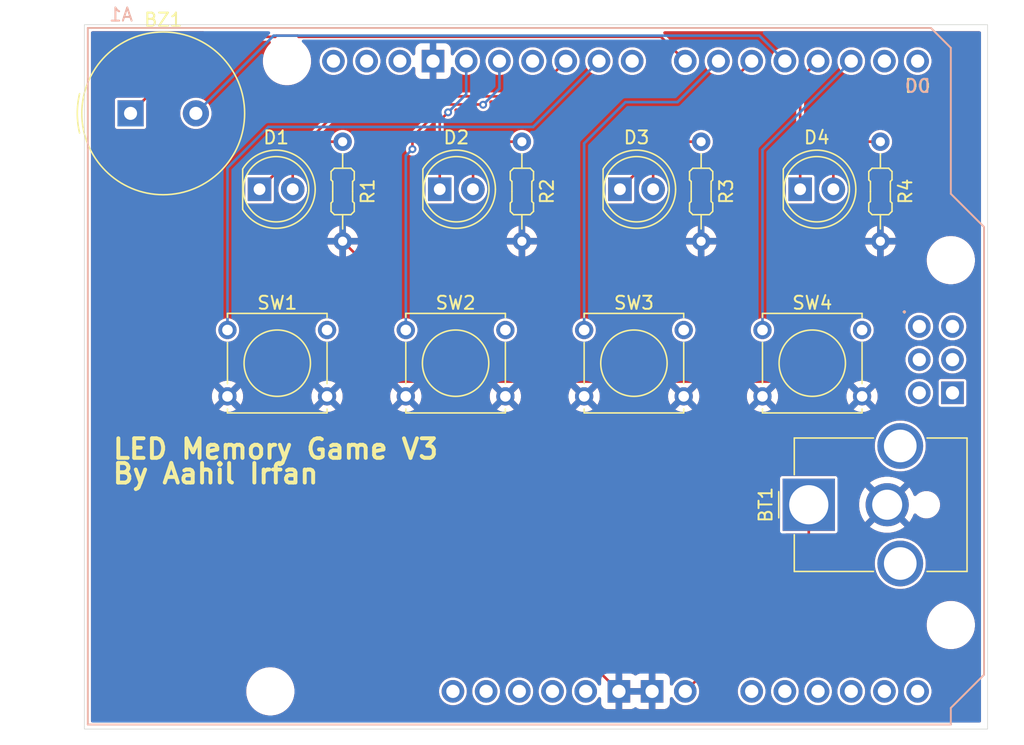
<source format=kicad_pcb>
(kicad_pcb (version 20241229) (generator "pcbnew") (generator_version "9.0")
  (layers (0 "F.Cu" signal) (2 "B.Cu" signal) (13 "F.Paste" user) (15 "B.Paste" user) (5 "F.SilkS" user "F.Silkscreen") (7 "B.SilkS" user "B.Silkscreen") (1 "F.Mask" user) (3 "B.Mask" user) (25 "Edge.Cuts" user))
  (net 0 "")
  (net 1 "GND")
  (net 4 "GRNBTN")
  (net 5 "REDLED")
  (net 7 "REDBTN")
  (net 8 "YLWBTN")
  (net 10 "BLULED")
  (net 11 "+5V")
  (net 13 "BLUBTN")
  (net 19 "Net-(BZ1-+)")
  (net 28 "Net-(BZ1--)")
  (net 32 "GRNLED")
  (net 33 "YLWLED")
  (net 35 "Net-(D1-A)")
  (net 36 "Net-(D2-A)")
  (net 37 "Net-(D3-A)")
  (net 38 "Net-(D4-A)")
  (net 39 "Net-(BT1-+)")
  (footprint "Button_Switch_THT:SW_Tactile_Straight_KSL0Axx1LFTR" (layer "F.Cu") (at 134.986667 77.33)
    (property "Reference" "SW4" (at 3.81 -2.08 0) (layer "F.SilkS"))
    (property "Value" "GREEN")
    (fp_line (start 0 -1.27) (end 0 -0.97) (stroke (width 0.12)) (layer "F.SilkS"))
    (fp_line (start 0 -1.27) (end 7.62 -1.27) (stroke (width 0.12)) (layer "F.SilkS"))
    (fp_line (start 0 0.97) (end 0 4.11) (stroke (width 0.12)) (layer "F.SilkS"))
    (fp_line (start 0 6.05) (end 0 6.35) (stroke (width 0.12)) (layer "F.SilkS"))
    (fp_line (start 7.62 -1.27) (end 7.62 -0.97) (stroke (width 0.12)) (layer "F.SilkS"))
    (fp_line (start 7.62 0.97) (end 7.62 4.11) (stroke (width 0.12)) (layer "F.SilkS"))
    (fp_line (start 7.62 6.05) (end 7.62 6.35) (stroke (width 0.12)) (layer "F.SilkS"))
    (fp_line (start 7.62 6.35) (end 0 6.35) (stroke (width 0.12)) (layer "F.SilkS"))
    (fp_circle (center 3.81 2.54) (end 3.81 0) (stroke (width 0.12)) (fill no) (layer "F.SilkS"))
    (pad "1" thru_hole circle (at 0 0) (size 1.397 1.397) (drill 0.8128) (layers "*.Cu" "*.Mask") (net 4 "GRNBTN"))
    (pad "1" thru_hole circle (at 7.62 0) (size 1.397 1.397) (drill 0.8128) (layers "*.Cu" "*.Mask") (net 4 "GRNBTN"))
    (pad "2" thru_hole circle (at 0 5.08) (size 1.397 1.397) (drill 0.8128) (layers "*.Cu" "*.Mask") (net 1 "GND"))
    (pad "2" thru_hole circle (at 7.62 5.08) (size 1.397 1.397) (drill 0.8128) (layers "*.Cu" "*.Mask") (net 1 "GND"))
  )
  (footprint "Button_Switch_THT:SW_Tactile_Straight_KSL0Axx1LFTR" (layer "F.Cu") (at 94.046667 77.33)
    (property "Reference" "SW1" (at 3.81 -2.08 0) (layer "F.SilkS"))
    (property "Value" "RED")
    (fp_line (start 0 -1.27) (end 0 -0.97) (stroke (width 0.12)) (layer "F.SilkS"))
    (fp_line (start 0 -1.27) (end 7.62 -1.27) (stroke (width 0.12)) (layer "F.SilkS"))
    (fp_line (start 0 0.97) (end 0 4.11) (stroke (width 0.12)) (layer "F.SilkS"))
    (fp_line (start 0 6.05) (end 0 6.35) (stroke (width 0.12)) (layer "F.SilkS"))
    (fp_line (start 7.62 -1.27) (end 7.62 -0.97) (stroke (width 0.12)) (layer "F.SilkS"))
    (fp_line (start 7.62 0.97) (end 7.62 4.11) (stroke (width 0.12)) (layer "F.SilkS"))
    (fp_line (start 7.62 6.05) (end 7.62 6.35) (stroke (width 0.12)) (layer "F.SilkS"))
    (fp_line (start 7.62 6.35) (end 0 6.35) (stroke (width 0.12)) (layer "F.SilkS"))
    (fp_circle (center 3.81 2.54) (end 3.81 0) (stroke (width 0.12)) (fill no) (layer "F.SilkS"))
    (pad "1" thru_hole circle (at 0 0) (size 1.397 1.397) (drill 0.8128) (layers "*.Cu" "*.Mask") (net 7 "REDBTN"))
    (pad "1" thru_hole circle (at 7.62 0) (size 1.397 1.397) (drill 0.8128) (layers "*.Cu" "*.Mask") (net 7 "REDBTN"))
    (pad "2" thru_hole circle (at 0 5.08) (size 1.397 1.397) (drill 0.8128) (layers "*.Cu" "*.Mask") (net 1 "GND"))
    (pad "2" thru_hole circle (at 7.62 5.08) (size 1.397 1.397) (drill 0.8128) (layers "*.Cu" "*.Mask") (net 1 "GND"))
  )
  (footprint "Button_Switch_THT:SW_Tactile_Straight_KSL0Axx1LFTR" (layer "F.Cu") (at 107.693334 77.33)
    (property "Reference" "SW2" (at 3.81 -2.08 0) (layer "F.SilkS"))
    (property "Value" "BLUE")
    (fp_line (start 0 -1.27) (end 0 -0.97) (stroke (width 0.12)) (layer "F.SilkS"))
    (fp_line (start 0 -1.27) (end 7.62 -1.27) (stroke (width 0.12)) (layer "F.SilkS"))
    (fp_line (start 0 0.97) (end 0 4.11) (stroke (width 0.12)) (layer "F.SilkS"))
    (fp_line (start 0 6.05) (end 0 6.35) (stroke (width 0.12)) (layer "F.SilkS"))
    (fp_line (start 7.62 -1.27) (end 7.62 -0.97) (stroke (width 0.12)) (layer "F.SilkS"))
    (fp_line (start 7.62 0.97) (end 7.62 4.11) (stroke (width 0.12)) (layer "F.SilkS"))
    (fp_line (start 7.62 6.05) (end 7.62 6.35) (stroke (width 0.12)) (layer "F.SilkS"))
    (fp_line (start 7.62 6.35) (end 0 6.35) (stroke (width 0.12)) (layer "F.SilkS"))
    (fp_circle (center 3.81 2.54) (end 3.81 0) (stroke (width 0.12)) (fill no) (layer "F.SilkS"))
    (pad "1" thru_hole circle (at 0 0) (size 1.397 1.397) (drill 0.8128) (layers "*.Cu" "*.Mask") (net 13 "BLUBTN"))
    (pad "1" thru_hole circle (at 7.62 0) (size 1.397 1.397) (drill 0.8128) (layers "*.Cu" "*.Mask") (net 13 "BLUBTN"))
    (pad "2" thru_hole circle (at 0 5.08) (size 1.397 1.397) (drill 0.8128) (layers "*.Cu" "*.Mask") (net 1 "GND"))
    (pad "2" thru_hole circle (at 7.62 5.08) (size 1.397 1.397) (drill 0.8128) (layers "*.Cu" "*.Mask") (net 1 "GND"))
  )
  (footprint "PCM_Resistor_THT_AKL:R_Axial_DIN0204_L3.6mm_D1.6mm_P7.62mm_Horizontal" (layer "F.Cu") (at 144.01 62.91 -90)
    (property "Reference" "R4" (at 3.81 -1.92 90) (layer "F.SilkS"))
    (property "Value" "R" (hide yes))
    (fp_line (start 2.286 0.889) (end 2.921 0.889) (stroke (width 0.12)) (layer "F.SilkS"))
    (fp_line (start 2.921 0.889) (end 3.048 0.762) (stroke (width 0.12)) (layer "F.SilkS"))
    (fp_line (start 4.699 0.889) (end 4.572 0.762) (stroke (width 0.12)) (layer "F.SilkS"))
    (fp_line (start 5.334 0.889) (end 4.699 0.889) (stroke (width 0.12)) (layer "F.SilkS"))
    (fp_line (start 3.048 0.762) (end 3.81 0.762) (stroke (width 0.12)) (layer "F.SilkS"))
    (fp_line (start 4.572 0.762) (end 3.81 0.762) (stroke (width 0.12)) (layer "F.SilkS"))
    (fp_line (start 2.032 0.635) (end 2.286 0.889) (stroke (width 0.12)) (layer "F.SilkS"))
    (fp_line (start 2.032 0.635) (end 2.032 -0.635) (stroke (width 0.12)) (layer "F.SilkS"))
    (fp_line (start 5.588 0.635) (end 5.334 0.889) (stroke (width 0.12)) (layer "F.SilkS"))
    (fp_line (start 0.94 0) (end 1.89 0) (stroke (width 0.12)) (layer "F.SilkS"))
    (fp_line (start 1.89 0) (end 2.032 0) (stroke (width 0.12)) (layer "F.SilkS"))
    (fp_line (start 5.715 0) (end 5.588 0) (stroke (width 0.12)) (layer "F.SilkS"))
    (fp_line (start 6.68 0) (end 5.73 0) (stroke (width 0.12)) (layer "F.SilkS"))
    (fp_line (start 2.032 -0.635) (end 2.286 -0.889) (stroke (width 0.12)) (layer "F.SilkS"))
    (fp_line (start 5.588 -0.635) (end 5.588 0.635) (stroke (width 0.12)) (layer "F.SilkS"))
    (fp_line (start 5.588 -0.635) (end 5.334 -0.889) (stroke (width 0.12)) (layer "F.SilkS"))
    (fp_line (start 3.048 -0.762) (end 3.81 -0.762) (stroke (width 0.12)) (layer "F.SilkS"))
    (fp_line (start 4.572 -0.762) (end 3.81 -0.762) (stroke (width 0.12)) (layer "F.SilkS"))
    (fp_line (start 2.286 -0.889) (end 2.921 -0.889) (stroke (width 0.12)) (layer "F.SilkS"))
    (fp_line (start 2.921 -0.889) (end 3.048 -0.762) (stroke (width 0.12)) (layer "F.SilkS"))
    (fp_line (start 4.699 -0.889) (end 4.572 -0.762) (stroke (width 0.12)) (layer "F.SilkS"))
    (fp_line (start 5.334 -0.889) (end 4.699 -0.889) (stroke (width 0.12)) (layer "F.SilkS"))
    (pad "1" thru_hole circle (at 0 0 270) (size 1.4 1.4) (drill 0.7) (layers "*.Cu" "*.Mask") (net 38 "Net-(D4-A)"))
    (pad "2" thru_hole oval (at 7.62 0 270) (size 1.4 1.4) (drill 0.7) (layers "*.Cu" "*.Mask") (net 1 "GND"))
  )
  (footprint "PCM_Resistor_THT_AKL:R_Axial_DIN0204_L3.6mm_D1.6mm_P7.62mm_Horizontal" (layer "F.Cu") (at 130.293333 62.91 -90)
    (property "Reference" "R3" (at 3.81 -1.92 90) (layer "F.SilkS"))
    (property "Value" "R" (hide yes))
    (fp_line (start 2.286 0.889) (end 2.921 0.889) (stroke (width 0.12)) (layer "F.SilkS"))
    (fp_line (start 2.921 0.889) (end 3.048 0.762) (stroke (width 0.12)) (layer "F.SilkS"))
    (fp_line (start 4.699 0.889) (end 4.572 0.762) (stroke (width 0.12)) (layer "F.SilkS"))
    (fp_line (start 5.334 0.889) (end 4.699 0.889) (stroke (width 0.12)) (layer "F.SilkS"))
    (fp_line (start 3.048 0.762) (end 3.81 0.762) (stroke (width 0.12)) (layer "F.SilkS"))
    (fp_line (start 4.572 0.762) (end 3.81 0.762) (stroke (width 0.12)) (layer "F.SilkS"))
    (fp_line (start 2.032 0.635) (end 2.286 0.889) (stroke (width 0.12)) (layer "F.SilkS"))
    (fp_line (start 2.032 0.635) (end 2.032 -0.635) (stroke (width 0.12)) (layer "F.SilkS"))
    (fp_line (start 5.588 0.635) (end 5.334 0.889) (stroke (width 0.12)) (layer "F.SilkS"))
    (fp_line (start 0.94 0) (end 1.89 0) (stroke (width 0.12)) (layer "F.SilkS"))
    (fp_line (start 1.89 0) (end 2.032 0) (stroke (width 0.12)) (layer "F.SilkS"))
    (fp_line (start 5.715 0) (end 5.588 0) (stroke (width 0.12)) (layer "F.SilkS"))
    (fp_line (start 6.68 0) (end 5.73 0) (stroke (width 0.12)) (layer "F.SilkS"))
    (fp_line (start 2.032 -0.635) (end 2.286 -0.889) (stroke (width 0.12)) (layer "F.SilkS"))
    (fp_line (start 5.588 -0.635) (end 5.588 0.635) (stroke (width 0.12)) (layer "F.SilkS"))
    (fp_line (start 5.588 -0.635) (end 5.334 -0.889) (stroke (width 0.12)) (layer "F.SilkS"))
    (fp_line (start 3.048 -0.762) (end 3.81 -0.762) (stroke (width 0.12)) (layer "F.SilkS"))
    (fp_line (start 4.572 -0.762) (end 3.81 -0.762) (stroke (width 0.12)) (layer "F.SilkS"))
    (fp_line (start 2.286 -0.889) (end 2.921 -0.889) (stroke (width 0.12)) (layer "F.SilkS"))
    (fp_line (start 2.921 -0.889) (end 3.048 -0.762) (stroke (width 0.12)) (layer "F.SilkS"))
    (fp_line (start 4.699 -0.889) (end 4.572 -0.762) (stroke (width 0.12)) (layer "F.SilkS"))
    (fp_line (start 5.334 -0.889) (end 4.699 -0.889) (stroke (width 0.12)) (layer "F.SilkS"))
    (pad "1" thru_hole circle (at 0 0 270) (size 1.4 1.4) (drill 0.7) (layers "*.Cu" "*.Mask") (net 37 "Net-(D3-A)"))
    (pad "2" thru_hole oval (at 7.62 0 270) (size 1.4 1.4) (drill 0.7) (layers "*.Cu" "*.Mask") (net 1 "GND"))
  )
  (footprint "LED_THT:LED_D5.0mm" (layer "F.Cu") (at 110.29 66.55)
    (property "Reference" "D2" (at 1.27 -3.96 0) (layer "F.SilkS"))
    (property "Value" "BLUE")
    (fp_line (start -1.29 -1.545) (end -1.29 1.545) (stroke (width 0.12)) (layer "F.SilkS"))
    (fp_arc (start -1.29 -1.54483) (mid 2.071756 -2.880501) (end 4.26 -0.000048) (stroke (width 0.12)) (layer "F.SilkS"))
    (fp_arc (start 4.26 0.000048) (mid 2.071756 2.880501) (end -1.29 1.54483) (stroke (width 0.12)) (layer "F.SilkS"))
    (fp_circle (center 1.27 0) (end 3.77 0) (stroke (width 0.12)) (fill no) (layer "F.SilkS"))
    (pad "1" thru_hole rect (at 0 0) (size 1.8 1.8) (drill 0.9) (layers "*.Cu" "*.Mask") (net 10 "BLULED"))
    (pad "2" thru_hole circle (at 2.54 0) (size 1.8 1.8) (drill 0.9) (layers "*.Cu" "*.Mask") (net 36 "Net-(D2-A)"))
  )
  (footprint "PCM_Resistor_THT_AKL:R_Axial_DIN0204_L3.6mm_D1.6mm_P7.62mm_Horizontal" (layer "F.Cu") (at 102.86 62.91 -90)
    (property "Reference" "R1" (at 3.81 -1.92 90) (layer "F.SilkS"))
    (property "Value" "R" (hide yes))
    (fp_line (start 2.286 0.889) (end 2.921 0.889) (stroke (width 0.12)) (layer "F.SilkS"))
    (fp_line (start 2.921 0.889) (end 3.048 0.762) (stroke (width 0.12)) (layer "F.SilkS"))
    (fp_line (start 4.699 0.889) (end 4.572 0.762) (stroke (width 0.12)) (layer "F.SilkS"))
    (fp_line (start 5.334 0.889) (end 4.699 0.889) (stroke (width 0.12)) (layer "F.SilkS"))
    (fp_line (start 3.048 0.762) (end 3.81 0.762) (stroke (width 0.12)) (layer "F.SilkS"))
    (fp_line (start 4.572 0.762) (end 3.81 0.762) (stroke (width 0.12)) (layer "F.SilkS"))
    (fp_line (start 2.032 0.635) (end 2.286 0.889) (stroke (width 0.12)) (layer "F.SilkS"))
    (fp_line (start 2.032 0.635) (end 2.032 -0.635) (stroke (width 0.12)) (layer "F.SilkS"))
    (fp_line (start 5.588 0.635) (end 5.334 0.889) (stroke (width 0.12)) (layer "F.SilkS"))
    (fp_line (start 0.94 0) (end 1.89 0) (stroke (width 0.12)) (layer "F.SilkS"))
    (fp_line (start 1.89 0) (end 2.032 0) (stroke (width 0.12)) (layer "F.SilkS"))
    (fp_line (start 5.715 0) (end 5.588 0) (stroke (width 0.12)) (layer "F.SilkS"))
    (fp_line (start 6.68 0) (end 5.73 0) (stroke (width 0.12)) (layer "F.SilkS"))
    (fp_line (start 2.032 -0.635) (end 2.286 -0.889) (stroke (width 0.12)) (layer "F.SilkS"))
    (fp_line (start 5.588 -0.635) (end 5.588 0.635) (stroke (width 0.12)) (layer "F.SilkS"))
    (fp_line (start 5.588 -0.635) (end 5.334 -0.889) (stroke (width 0.12)) (layer "F.SilkS"))
    (fp_line (start 3.048 -0.762) (end 3.81 -0.762) (stroke (width 0.12)) (layer "F.SilkS"))
    (fp_line (start 4.572 -0.762) (end 3.81 -0.762) (stroke (width 0.12)) (layer "F.SilkS"))
    (fp_line (start 2.286 -0.889) (end 2.921 -0.889) (stroke (width 0.12)) (layer "F.SilkS"))
    (fp_line (start 2.921 -0.889) (end 3.048 -0.762) (stroke (width 0.12)) (layer "F.SilkS"))
    (fp_line (start 4.699 -0.889) (end 4.572 -0.762) (stroke (width 0.12)) (layer "F.SilkS"))
    (fp_line (start 5.334 -0.889) (end 4.699 -0.889) (stroke (width 0.12)) (layer "F.SilkS"))
    (pad "1" thru_hole circle (at 0 0 270) (size 1.4 1.4) (drill 0.7) (layers "*.Cu" "*.Mask") (net 35 "Net-(D1-A)"))
    (pad "2" thru_hole oval (at 7.62 0 270) (size 1.4 1.4) (drill 0.7) (layers "*.Cu" "*.Mask") (net 1 "GND"))
  )
  (footprint "Buzzer_Beeper:Buzzer_TDK_PS1240P02BT_D12.2mm_H6.5mm" (layer "F.Cu") (at 86.63 60.74)
    (property "Reference" "BZ1" (at 2.5 -7.17 0) (layer "F.SilkS"))
    (property "Value" "Buzzer")
    (fp_arc (start -3.9 1.499999) (mid -4.073431 0) (end -3.9 -1.5) (stroke (width 0.12)) (layer "F.SilkS"))
    (fp_circle (center 2.5 0) (end 8.73 0) (stroke (width 0.12)) (fill no) (layer "F.SilkS"))
    (pad "1" thru_hole rect (at 0 0) (size 2 2) (drill 1) (layers "*.Cu" "*.Mask") (net 19 "Net-(BZ1-+)"))
    (pad "2" thru_hole circle (at 5 0) (size 2 2) (drill 1) (layers "*.Cu" "*.Mask") (net 28 "Net-(BZ1--)"))
  )
  (footprint "PCM_Resistor_THT_AKL:R_Axial_DIN0204_L3.6mm_D1.6mm_P7.62mm_Horizontal" (layer "F.Cu") (at 116.576667 62.91 -90)
    (property "Reference" "R2" (at 3.81 -1.92 90) (layer "F.SilkS"))
    (property "Value" "R" (hide yes))
    (fp_line (start 2.286 0.889) (end 2.921 0.889) (stroke (width 0.12)) (layer "F.SilkS"))
    (fp_line (start 2.921 0.889) (end 3.048 0.762) (stroke (width 0.12)) (layer "F.SilkS"))
    (fp_line (start 4.699 0.889) (end 4.572 0.762) (stroke (width 0.12)) (layer "F.SilkS"))
    (fp_line (start 5.334 0.889) (end 4.699 0.889) (stroke (width 0.12)) (layer "F.SilkS"))
    (fp_line (start 3.048 0.762) (end 3.81 0.762) (stroke (width 0.12)) (layer "F.SilkS"))
    (fp_line (start 4.572 0.762) (end 3.81 0.762) (stroke (width 0.12)) (layer "F.SilkS"))
    (fp_line (start 2.032 0.635) (end 2.286 0.889) (stroke (width 0.12)) (layer "F.SilkS"))
    (fp_line (start 2.032 0.635) (end 2.032 -0.635) (stroke (width 0.12)) (layer "F.SilkS"))
    (fp_line (start 5.588 0.635) (end 5.334 0.889) (stroke (width 0.12)) (layer "F.SilkS"))
    (fp_line (start 0.94 0) (end 1.89 0) (stroke (width 0.12)) (layer "F.SilkS"))
    (fp_line (start 1.89 0) (end 2.032 0) (stroke (width 0.12)) (layer "F.SilkS"))
    (fp_line (start 5.715 0) (end 5.588 0) (stroke (width 0.12)) (layer "F.SilkS"))
    (fp_line (start 6.68 0) (end 5.73 0) (stroke (width 0.12)) (layer "F.SilkS"))
    (fp_line (start 2.032 -0.635) (end 2.286 -0.889) (stroke (width 0.12)) (layer "F.SilkS"))
    (fp_line (start 5.588 -0.635) (end 5.588 0.635) (stroke (width 0.12)) (layer "F.SilkS"))
    (fp_line (start 5.588 -0.635) (end 5.334 -0.889) (stroke (width 0.12)) (layer "F.SilkS"))
    (fp_line (start 3.048 -0.762) (end 3.81 -0.762) (stroke (width 0.12)) (layer "F.SilkS"))
    (fp_line (start 4.572 -0.762) (end 3.81 -0.762) (stroke (width 0.12)) (layer "F.SilkS"))
    (fp_line (start 2.286 -0.889) (end 2.921 -0.889) (stroke (width 0.12)) (layer "F.SilkS"))
    (fp_line (start 2.921 -0.889) (end 3.048 -0.762) (stroke (width 0.12)) (layer "F.SilkS"))
    (fp_line (start 4.699 -0.889) (end 4.572 -0.762) (stroke (width 0.12)) (layer "F.SilkS"))
    (fp_line (start 5.334 -0.889) (end 4.699 -0.889) (stroke (width 0.12)) (layer "F.SilkS"))
    (pad "1" thru_hole circle (at 0 0 270) (size 1.4 1.4) (drill 0.7) (layers "*.Cu" "*.Mask") (net 36 "Net-(D2-A)"))
    (pad "2" thru_hole oval (at 7.62 0 270) (size 1.4 1.4) (drill 0.7) (layers "*.Cu" "*.Mask") (net 1 "GND"))
  )
  (footprint "PCM_arduino-library:Arduino_Uno_R3_Shield" (layer "F.Cu") (at 83.36 107.54)
    (property "Reference" "A1" (at 2.54 -54.356 0) (layer "B.SilkS") (effects (justify mirror)))
    (property "Value" "Arduino_Uno_R3_Shield")
    (fp_line (start 0 -53.34) (end 0 0) (stroke (width 0.15)) (layer "B.SilkS"))
    (fp_line (start 0 -53.34) (end 64.516 -53.34) (stroke (width 0.15)) (layer "B.SilkS"))
    (fp_line (start 0 0) (end 66.04 0) (stroke (width 0.15)) (layer "B.SilkS"))
    (fp_line (start 64.516 -53.34) (end 66.04 -51.816) (stroke (width 0.15)) (layer "B.SilkS"))
    (fp_line (start 66.04 -40.64) (end 66.04 -51.816) (stroke (width 0.15)) (layer "B.SilkS"))
    (fp_line (start 66.04 -1.27) (end 68.58 -3.81) (stroke (width 0.15)) (layer "B.SilkS"))
    (fp_line (start 66.04 0) (end 66.04 -1.27) (stroke (width 0.15)) (layer "B.SilkS"))
    (fp_line (start 68.58 -38.1) (end 66.04 -40.64) (stroke (width 0.15)) (layer "B.SilkS"))
    (fp_line (start 68.58 -3.81) (end 68.58 -38.1) (stroke (width 0.15)) (layer "B.SilkS"))
    (fp_text user "." (at 62.484 -32.004 0) (layer "F.SilkS"))
    (fp_text user "D0" (at 63.5 -48.895 0) (layer "F.SilkS"))
    (fp_text user "D0" (at 63.5 -48.895 0) (layer "B.SilkS") (effects (justify mirror)))
    (fp_text user "." (at 62.484 -32.004 0) (layer "B.SilkS"))
    (pad "" np_thru_hole circle (at 13.97 -2.54) (size 3.2 3.2) (drill 3.2) (layers "*.Cu" "*.Mask"))
    (pad "" np_thru_hole circle (at 15.24 -50.8) (size 3.2 3.2) (drill 3.2) (layers "*.Cu" "*.Mask"))
    (pad "" thru_hole oval (at 27.94 -2.54) (size 1.7272 1.7272) (drill 1.016) (layers "*.Cu" "*.Mask"))
    (pad "" np_thru_hole circle (at 66.04 -35.56) (size 3.2 3.2) (drill 3.2) (layers "*.Cu" "*.Mask"))
    (pad "" np_thru_hole circle (at 66.04 -7.62) (size 3.2 3.2) (drill 3.2) (layers "*.Cu" "*.Mask"))
    (pad "3V3" thru_hole oval (at 35.56 -2.54) (size 1.7272 1.7272) (drill 1.016) (layers "*.Cu" "*.Mask"))
    (pad "5V1" thru_hole oval (at 38.1 -2.54) (size 1.7272 1.7272) (drill 1.016) (layers "*.Cu" "*.Mask") (net 11 "+5V"))
    (pad "5V2" thru_hole oval (at 66.167 -30.48) (size 1.7272 1.7272) (drill 1.016) (layers "*.Cu" "*.Mask"))
    (pad "A0" thru_hole oval (at 50.8 -2.54) (size 1.7272 1.7272) (drill 1.016) (layers "*.Cu" "*.Mask"))
    (pad "A1" thru_hole oval (at 53.34 -2.54) (size 1.7272 1.7272) (drill 1.016) (layers "*.Cu" "*.Mask"))
    (pad "A2" thru_hole oval (at 55.88 -2.54) (size 1.7272 1.7272) (drill 1.016) (layers "*.Cu" "*.Mask"))
    (pad "A3" thru_hole oval (at 58.42 -2.54) (size 1.7272 1.7272) (drill 1.016) (layers "*.Cu" "*.Mask"))
    (pad "A4" thru_hole oval (at 60.96 -2.54) (size 1.7272 1.7272) (drill 1.016) (layers "*.Cu" "*.Mask"))
    (pad "A5" thru_hole oval (at 63.5 -2.54) (size 1.7272 1.7272) (drill 1.016) (layers "*.Cu" "*.Mask"))
    (pad "AREF" thru_hole oval (at 23.876 -50.8) (size 1.7272 1.7272) (drill 1.016) (layers "*.Cu" "*.Mask"))
    (pad "D0" thru_hole oval (at 63.5 -50.8) (size 1.7272 1.7272) (drill 1.016) (layers "*.Cu" "*.Mask"))
    (pad "D1" thru_hole oval (at 60.96 -50.8) (size 1.7272 1.7272) (drill 1.016) (layers "*.Cu" "*.Mask"))
    (pad "D2" thru_hole oval (at 58.42 -50.8) (size 1.7272 1.7272) (drill 1.016) (layers "*.Cu" "*.Mask") (net 4 "GRNBTN"))
    (pad "D3" thru_hole oval (at 55.88 -50.8) (size 1.7272 1.7272) (drill 1.016) (layers "*.Cu" "*.Mask") (net 32 "GRNLED"))
    (pad "D4" thru_hole oval (at 53.34 -50.8) (size 1.7272 1.7272) (drill 1.016) (layers "*.Cu" "*.Mask") (net 28 "Net-(BZ1--)"))
    (pad "D5" thru_hole oval (at 50.8 -50.8) (size 1.7272 1.7272) (drill 1.016) (layers "*.Cu" "*.Mask") (net 33 "YLWLED"))
    (pad "D6" thru_hole oval (at 48.26 -50.8) (size 1.7272 1.7272) (drill 1.016) (layers "*.Cu" "*.Mask") (net 8 "YLWBTN"))
    (pad "D7" thru_hole oval (at 45.72 -50.8) (size 1.7272 1.7272) (drill 1.016) (layers "*.Cu" "*.Mask") (net 19 "Net-(BZ1-+)"))
    (pad "D8" thru_hole oval (at 41.656 -50.8) (size 1.7272 1.7272) (drill 1.016) (layers "*.Cu" "*.Mask"))
    (pad "D9" thru_hole oval (at 39.116 -50.8) (size 1.7272 1.7272) (drill 1.016) (layers "*.Cu" "*.Mask") (net 7 "REDBTN"))
    (pad "D10" thru_hole oval (at 36.576 -50.8) (size 1.7272 1.7272) (drill 1.016) (layers "*.Cu" "*.Mask") (net 5 "REDLED"))
    (pad "D11" thru_hole oval (at 34.036 -50.8) (size 1.7272 1.7272) (drill 1.016) (layers "*.Cu" "*.Mask"))
    (pad "D12" thru_hole oval (at 31.496 -50.8) (size 1.7272 1.7272) (drill 1.016) (layers "*.Cu" "*.Mask") (net 13 "BLUBTN"))
    (pad "D13" thru_hole oval (at 28.956 -50.8) (size 1.7272 1.7272) (drill 1.016) (layers "*.Cu" "*.Mask") (net 10 "BLULED"))
    (pad "GND1" thru_hole rect (at 26.416 -50.8) (size 1.7272 1.7272) (drill 1.016) (layers "*.Cu" "*.Mask") (net 1 "GND"))
    (pad "GND2" thru_hole rect (at 40.64 -2.54) (size 1.7272 1.7272) (drill 1.016) (layers "*.Cu" "*.Mask") (net 1 "GND"))
    (pad "GND3" thru_hole rect (at 43.18 -2.54) (size 1.7272 1.7272) (drill 1.016) (layers "*.Cu" "*.Mask") (net 1 "GND"))
    (pad "GND4" thru_hole rect (at 66.167 -25.4) (size 1.7272 1.7272) (drill 1.016) (layers "*.Cu" "*.Mask"))
    (pad "IORF" thru_hole oval (at 30.48 -2.54) (size 1.7272 1.7272) (drill 1.016) (layers "*.Cu" "*.Mask"))
    (pad "MISO" thru_hole oval (at 63.627 -30.48) (size 1.7272 1.7272) (drill 1.016) (layers "*.Cu" "*.Mask"))
    (pad "MOSI" thru_hole oval (at 66.167 -27.94) (size 1.7272 1.7272) (drill 1.016) (layers "*.Cu" "*.Mask"))
    (pad "RST1" thru_hole oval (at 33.02 -2.54) (size 1.7272 1.7272) (drill 1.016) (layers "*.Cu" "*.Mask"))
    (pad "RST2" thru_hole oval (at 63.627 -25.4) (size 1.7272 1.7272) (drill 1.016) (layers "*.Cu" "*.Mask"))
    (pad "SCK" thru_hole oval (at 63.627 -27.94) (size 1.7272 1.7272) (drill 1.016) (layers "*.Cu" "*.Mask"))
    (pad "SCL" thru_hole oval (at 18.796 -50.8) (size 1.7272 1.7272) (drill 1.016) (layers "*.Cu" "*.Mask"))
    (pad "SDA" thru_hole oval (at 21.336 -50.8) (size 1.7272 1.7272) (drill 1.016) (layers "*.Cu" "*.Mask"))
    (pad "VIN" thru_hole oval (at 45.72 -2.54) (size 1.7272 1.7272) (drill 1.016) (layers "*.Cu" "*.Mask") (net 39 "Net-(BT1-+)"))
  )
  (footprint "Connector_BarrelJack:BarrelJack_CUI_PJ-063AH_Horizontal_CircularHoles" (layer "F.Cu") (at 138.53 90.71 90)
    (property "Reference" "BT1" (at 0 -3.3 90) (layer "F.SilkS"))
    (property "Value" "Battery")
    (fp_line (start -1 -2.3) (end 1 -2.3) (stroke (width 0.12)) (layer "F.SilkS"))
    (fp_line (start 5.11 -1.11) (end 5.11 4.95) (stroke (width 0.12)) (layer "F.SilkS"))
    (fp_line (start 2.3 -1.11) (end 5.11 -1.11) (stroke (width 0.12)) (layer "F.SilkS"))
    (fp_line (start -5.11 -1.11) (end -2.3 -1.11) (stroke (width 0.12)) (layer "F.SilkS"))
    (fp_line (start -5.11 4.95) (end -5.11 -1.11) (stroke (width 0.12)) (layer "F.SilkS"))
    (fp_line (start 5.11 9.05) (end 5.11 12.11) (stroke (width 0.12)) (layer "F.SilkS"))
    (fp_line (start 5.11 12.11) (end -5.11 12.11) (stroke (width 0.12)) (layer "F.SilkS"))
    (fp_line (start -5.11 12.11) (end -5.11 9.05) (stroke (width 0.12)) (layer "F.SilkS"))
    (pad "" np_thru_hole circle (at 0 9 90) (size 1.6 1.6) (drill 1.6) (layers "*.Cu" "*.Mask"))
    (pad "1" thru_hole rect (at 0 0 90) (size 4 4) (drill 3) (layers "*.Cu" "*.Mask") (net 39 "Net-(BT1-+)"))
    (pad "2" thru_hole circle (at 0 6 90) (size 3.3 3.3) (drill 2.3) (layers "*.Cu" "*.Mask") (net 1 "GND"))
    (pad "MP" thru_hole circle (at -4.5 7 90) (size 3.5 3.5) (drill 2.5) (layers "*.Cu" "*.Mask"))
    (pad "MP" thru_hole circle (at 4.5 7 90) (size 3.5 3.5) (drill 2.5) (layers "*.Cu" "*.Mask"))
  )
  (footprint "LED_THT:LED_D5.0mm" (layer "F.Cu") (at 96.5 66.55)
    (property "Reference" "D1" (at 1.27 -3.96 0) (layer "F.SilkS"))
    (property "Value" "RED")
    (fp_line (start -1.29 -1.545) (end -1.29 1.545) (stroke (width 0.12)) (layer "F.SilkS"))
    (fp_arc (start -1.29 -1.54483) (mid 2.071756 -2.880501) (end 4.26 -0.000048) (stroke (width 0.12)) (layer "F.SilkS"))
    (fp_arc (start 4.26 0.000048) (mid 2.071756 2.880501) (end -1.29 1.54483) (stroke (width 0.12)) (layer "F.SilkS"))
    (fp_circle (center 1.27 0) (end 3.77 0) (stroke (width 0.12)) (fill no) (layer "F.SilkS"))
    (pad "1" thru_hole rect (at 0 0) (size 1.8 1.8) (drill 0.9) (layers "*.Cu" "*.Mask") (net 5 "REDLED"))
    (pad "2" thru_hole circle (at 2.54 0) (size 1.8 1.8) (drill 0.9) (layers "*.Cu" "*.Mask") (net 35 "Net-(D1-A)"))
  )
  (footprint "LED_THT:LED_D5.0mm" (layer "F.Cu") (at 137.87 66.55)
    (property "Reference" "D4" (at 1.27 -3.96 0) (layer "F.SilkS"))
    (property "Value" "GREEN")
    (fp_line (start -1.29 -1.545) (end -1.29 1.545) (stroke (width 0.12)) (layer "F.SilkS"))
    (fp_arc (start -1.29 -1.54483) (mid 2.071756 -2.880501) (end 4.26 -0.000048) (stroke (width 0.12)) (layer "F.SilkS"))
    (fp_arc (start 4.26 0.000048) (mid 2.071756 2.880501) (end -1.29 1.54483) (stroke (width 0.12)) (layer "F.SilkS"))
    (fp_circle (center 1.27 0) (end 3.77 0) (stroke (width 0.12)) (fill no) (layer "F.SilkS"))
    (pad "1" thru_hole rect (at 0 0) (size 1.8 1.8) (drill 0.9) (layers "*.Cu" "*.Mask") (net 32 "GRNLED"))
    (pad "2" thru_hole circle (at 2.54 0) (size 1.8 1.8) (drill 0.9) (layers "*.Cu" "*.Mask") (net 38 "Net-(D4-A)"))
  )
  (footprint "LED_THT:LED_D5.0mm" (layer "F.Cu") (at 124.08 66.55)
    (property "Reference" "D3" (at 1.27 -3.96 0) (layer "F.SilkS"))
    (property "Value" "YELLOW")
    (fp_line (start -1.29 -1.545) (end -1.29 1.545) (stroke (width 0.12)) (layer "F.SilkS"))
    (fp_arc (start -1.29 -1.54483) (mid 2.071756 -2.880501) (end 4.26 -0.000048) (stroke (width 0.12)) (layer "F.SilkS"))
    (fp_arc (start 4.26 0.000048) (mid 2.071756 2.880501) (end -1.29 1.54483) (stroke (width 0.12)) (layer "F.SilkS"))
    (fp_circle (center 1.27 0) (end 3.77 0) (stroke (width 0.12)) (fill no) (layer "F.SilkS"))
    (pad "1" thru_hole rect (at 0 0) (size 1.8 1.8) (drill 0.9) (layers "*.Cu" "*.Mask") (net 33 "YLWLED"))
    (pad "2" thru_hole circle (at 2.54 0) (size 1.8 1.8) (drill 0.9) (layers "*.Cu" "*.Mask") (net 37 "Net-(D3-A)"))
  )
  (footprint "Button_Switch_THT:SW_Tactile_Straight_KSL0Axx1LFTR" (layer "F.Cu") (at 121.34 77.33)
    (property "Reference" "SW3" (at 3.81 -2.08 0) (layer "F.SilkS"))
    (property "Value" "YELLOW")
    (fp_line (start 0 -1.27) (end 0 -0.97) (stroke (width 0.12)) (layer "F.SilkS"))
    (fp_line (start 0 -1.27) (end 7.62 -1.27) (stroke (width 0.12)) (layer "F.SilkS"))
    (fp_line (start 0 0.97) (end 0 4.11) (stroke (width 0.12)) (layer "F.SilkS"))
    (fp_line (start 0 6.05) (end 0 6.35) (stroke (width 0.12)) (layer "F.SilkS"))
    (fp_line (start 7.62 -1.27) (end 7.62 -0.97) (stroke (width 0.12)) (layer "F.SilkS"))
    (fp_line (start 7.62 0.97) (end 7.62 4.11) (stroke (width 0.12)) (layer "F.SilkS"))
    (fp_line (start 7.62 6.05) (end 7.62 6.35) (stroke (width 0.12)) (layer "F.SilkS"))
    (fp_line (start 7.62 6.35) (end 0 6.35) (stroke (width 0.12)) (layer "F.SilkS"))
    (fp_circle (center 3.81 2.54) (end 3.81 0) (stroke (width 0.12)) (fill no) (layer "F.SilkS"))
    (pad "1" thru_hole circle (at 0 0) (size 1.397 1.397) (drill 0.8128) (layers "*.Cu" "*.Mask") (net 8 "YLWBTN"))
    (pad "1" thru_hole circle (at 7.62 0) (size 1.397 1.397) (drill 0.8128) (layers "*.Cu" "*.Mask") (net 8 "YLWBTN"))
    (pad "2" thru_hole circle (at 0 5.08) (size 1.397 1.397) (drill 0.8128) (layers "*.Cu" "*.Mask") (net 1 "GND"))
    (pad "2" thru_hole circle (at 7.62 5.08) (size 1.397 1.397) (drill 0.8128) (layers "*.Cu" "*.Mask") (net 1 "GND"))
  )
  (gr_rect (start 83.1 53.95) (end 152.21 107.89) (stroke (width 0.05)) (fill no) (layer "Edge.Cuts"))
  (gr_text "LED Memory Game V3" (at 85.14 87.32 0) (layer "F.SilkS") (effects (font (size 1.5 1.5) (thickness 0.3) (bold yes)) (justify left bottom)))
  (gr_text "By Aahil Irfan" (at 85.12 89.21 0) (layer "F.SilkS") (effects (font (size 1.5 1.5) (thickness 0.3) (bold yes)) (justify left bottom)))
  (segment (start 104.91 82.21) (end 104.91 95.88) (width 0.2) (layer "F.Cu") (net 1))
  (segment (start 104.91 81.28) (end 104.91 82.21) (width 0.2) (layer "F.Cu") (net 1))
  (segment (start 104.91 72.58) (end 104.91 81.28) (width 0.2) (layer "F.Cu") (net 1))
  (segment (start 125.39 97.9) (end 126.54 99.05) (width 0.2) (layer "F.Cu") (net 1))
  (segment (start 130.293333 70.53) (end 116.576667 70.53) (width 0.2) (layer "F.Cu") (net 1))
  (segment (start 109.46 100.43) (end 119.43 100.43) (width 0.2) (layer "F.Cu") (net 1))
  (segment (start 142.606667 82.41) (end 141.476667 81.28) (width 0.2) (layer "F.Cu") (net 1))
  (segment (start 127.83 81.28) (end 126.09 81.28) (width 0.2) (layer "F.Cu") (net 1))
  (segment (start 140.84 87.02) (end 136.06 87.02) (width 0.2) (layer "F.Cu") (net 1))
  (segment (start 141.476667 81.28) (end 126.09 81.28) (width 0.2) (layer "F.Cu") (net 1))
  (segment (start 106.96 70.53) (end 104.91 72.58) (width 0.2) (layer "F.Cu") (net 1))
  (segment (start 114.183334 81.28) (end 113.52 81.28) (width 0.2) (layer "F.Cu") (net 1))
  (segment (start 116.576667 70.53) (end 106.96 70.53) (width 0.2) (layer "F.Cu") (net 1))
  (segment (start 102.86 70.53) (end 104.91 72.58) (width 0.2) (layer "F.Cu") (net 1))
  (segment (start 125.39 97.69) (end 125.39 97.9) (width 0.2) (layer "F.Cu") (net 1))
  (segment (start 102.796667 81.28) (end 101.666667 82.41) (width 0.2) (layer "F.Cu") (net 1))
  (segment (start 126.09 81.28) (end 113.52 81.28) (width 0.2) (layer "F.Cu") (net 1))
  (segment (start 144.01 70.53) (end 130.293333 70.53) (width 0.2) (layer "F.Cu") (net 1))
  (segment (start 115.313334 82.41) (end 114.183334 81.28) (width 0.2) (layer "F.Cu") (net 1))
  (segment (start 113.52 81.28) (end 104.91 81.28) (width 0.2) (layer "F.Cu") (net 1))
  (segment (start 104.91 81.28) (end 102.796667 81.28) (width 0.2) (layer "F.Cu") (net 1))
  (segment (start 144.53 90.71) (end 140.84 87.02) (width 0.2) (layer "F.Cu") (net 1))
  (segment (start 119.43 100.43) (end 124 105) (width 0.2) (layer "F.Cu") (net 1))
  (segment (start 128.96 82.41) (end 127.83 81.28) (width 0.2) (layer "F.Cu") (net 1))
  (segment (start 126.54 99.05) (end 126.54 105) (width 0.2) (layer "F.Cu") (net 1))
  (segment (start 104.91 95.88) (end 109.46 100.43) (width 0.2) (layer "F.Cu") (net 1))
  (segment (start 136.06 87.02) (end 125.39 97.69) (width 0.2) (layer "F.Cu") (net 1))
  (segment (start 134.986667 63.533333) (end 141.78 56.74) (width 0.2) (layer "B.Cu") (net 4))
  (segment (start 134.986667 77.33) (end 134.986667 63.533333) (width 0.2) (layer "B.Cu") (net 4))
  (segment (start 117.236 59.44) (end 119.936 56.74) (width 0.2) (layer "F.Cu") (net 5))
  (segment (start 96.5 66.55) (end 103.61 59.44) (width 0.2) (layer "F.Cu") (net 5))
  (segment (start 103.61 59.44) (end 117.236 59.44) (width 0.2) (layer "F.Cu") (net 5))
  (segment (start 94.046667 64.913333) (end 97.18 61.78) (width 0.2) (layer "B.Cu") (net 7))
  (segment (start 97.18 61.78) (end 117.436 61.78) (width 0.2) (layer "B.Cu") (net 7))
  (segment (start 94.046667 77.33) (end 94.046667 64.913333) (width 0.2) (layer "B.Cu") (net 7))
  (segment (start 117.436 61.78) (end 122.476 56.74) (width 0.2) (layer "B.Cu") (net 7))
  (segment (start 124.5 59.88) (end 128.48 59.88) (width 0.2) (layer "B.Cu") (net 8))
  (segment (start 128.48 59.88) (end 131.62 56.74) (width 0.2) (layer "B.Cu") (net 8))
  (segment (start 121.34 63.04) (end 124.5 59.88) (width 0.2) (layer "B.Cu") (net 8))
  (segment (start 121.34 77.33) (end 121.34 63.04) (width 0.2) (layer "B.Cu") (net 8))
  (segment (start 110.29 61.3) (end 110.93 60.66) (width 0.2) (layer "F.Cu") (net 10))
  (segment (start 110.29 66.55) (end 110.29 61.3) (width 0.2) (layer "F.Cu") (net 10))
  (via (at 110.93 60.66) (size 0.6) (drill 0.3) (layers "F.Cu" "B.Cu") (net 10))
  (segment (start 110.93 60.66) (end 112.316 59.274) (width 0.2) (layer "B.Cu") (net 10))
  (segment (start 112.316 59.274) (end 112.316 56.74) (width 0.2) (layer "B.Cu") (net 10))
  (segment (start 113.589 60.059) (end 113.61 60.08) (width 0.2) (layer "F.Cu") (net 13))
  (segment (start 108.2 62.540057) (end 110.681057 60.059) (width 0.2) (layer "F.Cu") (net 13))
  (segment (start 110.681057 60.059) (end 113.589 60.059) (width 0.2) (layer "F.Cu") (net 13))
  (segment (start 108.2 63.48) (end 108.2 62.540057) (width 0.2) (layer "F.Cu") (net 13))
  (via (at 113.61 60.08) (size 0.6) (drill 0.3) (layers "F.Cu" "B.Cu") (net 13))
  (via (at 108.2 63.48) (size 0.6) (drill 0.3) (layers "F.Cu" "B.Cu") (net 13))
  (segment (start 107.693334 77.33) (end 107.693334 63.986666) (width 0.2) (layer "B.Cu") (net 13))
  (segment (start 113.61 60.08) (end 114.856 58.834) (width 0.2) (layer "B.Cu") (net 13))
  (segment (start 114.856 58.834) (end 114.856 56.74) (width 0.2) (layer "B.Cu") (net 13))
  (segment (start 107.693334 63.986666) (end 108.2 63.48) (width 0.2) (layer "B.Cu") (net 13))
  (segment (start 127.22 54.88) (end 129.08 56.74) (width 0.2) (layer "F.Cu") (net 19))
  (segment (start 97.791869 54.789) (end 99.408131 54.789) (width 0.2) (layer "F.Cu") (net 19))
  (segment (start 97.700869 54.88) (end 97.791869 54.789) (width 0.2) (layer "F.Cu") (net 19))
  (segment (start 86.63 60.74) (end 92.49 54.88) (width 0.2) (layer "F.Cu") (net 19))
  (segment (start 99.499131 54.88) (end 127.22 54.88) (width 0.2) (layer "F.Cu") (net 19))
  (segment (start 99.408131 54.789) (end 99.499131 54.88) (width 0.2) (layer "F.Cu") (net 19))
  (segment (start 92.49 54.88) (end 97.700869 54.88) (width 0.2) (layer "F.Cu") (net 19))
  (segment (start 91.63 60.74) (end 97.581 54.789) (width 0.2) (layer "B.Cu") (net 28))
  (segment (start 134.749 54.789) (end 136.7 56.74) (width 0.2) (layer "B.Cu") (net 28))
  (segment (start 97.581 54.789) (end 134.749 54.789) (width 0.2) (layer "B.Cu") (net 28))
  (segment (start 137.87 66.55) (end 137.87 58.11) (width 0.2) (layer "F.Cu") (net 32))
  (segment (start 137.87 58.11) (end 139.24 56.74) (width 0.2) (layer "F.Cu") (net 32))
  (segment (start 132.75 57.88) (end 133.02 57.88) (width 0.2) (layer "F.Cu") (net 33))
  (segment (start 133.02 57.88) (end 134.16 56.74) (width 0.2) (layer "F.Cu") (net 33))
  (segment (start 124.08 66.55) (end 132.75 57.88) (width 0.2) (layer "F.Cu") (net 33))
  (segment (start 99.04 64.83) (end 100.96 62.91) (width 0.2) (layer "F.Cu") (net 35))
  (segment (start 100.96 62.91) (end 102.86 62.91) (width 0.2) (layer "F.Cu") (net 35))
  (segment (start 99.04 66.55) (end 99.04 64.83) (width 0.2) (layer "F.Cu") (net 35))
  (segment (start 112.84 66.54) (end 112.83 66.55) (width 0.2) (layer "F.Cu") (net 36))
  (segment (start 116.576667 62.91) (end 115.34 62.91) (width 0.2) (layer "F.Cu") (net 36))
  (segment (start 112.84 65.41) (end 112.84 66.54) (width 0.2) (layer "F.Cu") (net 36))
  (segment (start 115.34 62.91) (end 112.84 65.41) (width 0.2) (layer "F.Cu") (net 36))
  (segment (start 130.293333 62.91) (end 128.86 62.91) (width 0.2) (layer "F.Cu") (net 37))
  (segment (start 128.82 62.87) (end 126.62 65.07) (width 0.2) (layer "F.Cu") (net 37))
  (segment (start 128.86 62.91) (end 128.82 62.87) (width 0.2) (layer "F.Cu") (net 37))
  (segment (start 126.62 65.07) (end 126.62 66.55) (width 0.2) (layer "F.Cu") (net 37))
  (segment (start 142.43 62.91) (end 140.41 64.93) (width 0.2) (layer "F.Cu") (net 38))
  (segment (start 140.41 64.93) (end 140.41 66.55) (width 0.2) (layer "F.Cu") (net 38))
  (segment (start 144.01 62.91) (end 142.43 62.91) (width 0.2) (layer "F.Cu") (net 38))
  (segment (start 138.53 90.71) (end 138.53 95.55) (width 0.2) (layer "F.Cu") (net 39))
  (segment (start 138.53 95.55) (end 129.08 105) (width 0.2) (layer "F.Cu") (net 39))
  (zone (net 1) (net_name "GND") (layers "F.Cu" "B.Cu") (connect_pads (clearance 0)) (min_thickness 0.25) (fill yes (thermal_gap 0.5) (thermal_bridge_width 0.5))
    (polygon (pts (xy 80.49 52.34) (xy 153.17 52.06) (xy 155 109.11) (xy 76.83 108.97) (xy 76.64 52.17) (xy 80.59 52.34)))
  )
)
</source>
